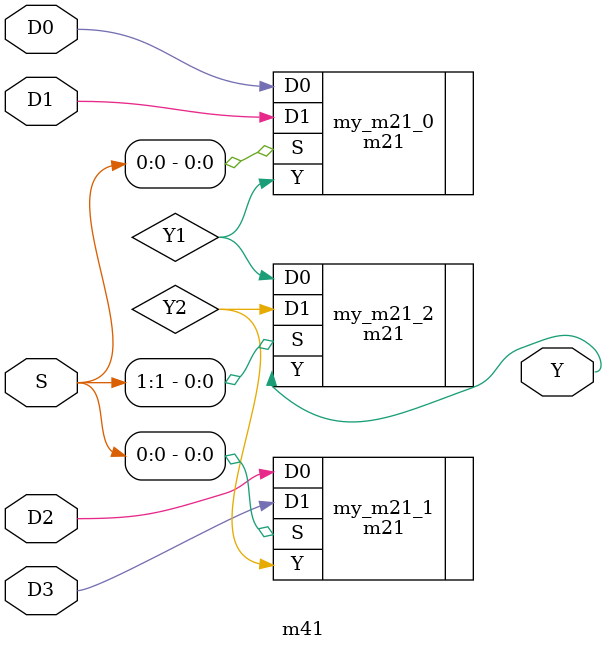
<source format=v>
`timescale 1ns / 1ps


module m41(
    input D0, D1, D2, D3,
    input [1:0] S, 
    output Y
    );
    
    wire Y1, Y2;
    
    m21 my_m21_0(.Y(Y1), .D0(D0), .D1(D1), .S(S[0]));
    m21 my_m21_1(.Y(Y2), .D0(D2), .D1(D3), .S(S[0]));
    m21 my_m21_2(.Y(Y), .D0(Y1), .D1(Y2), .S(S[1]));
    
endmodule

</source>
